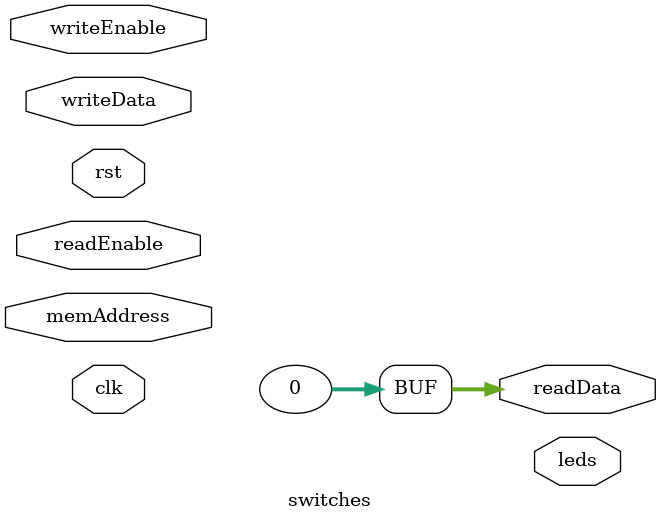
<source format=v>
`timescale 1ns / 1ps
module switches(
input clk,
input rst,
input [31:0] writeData,
input writeEnable,
input readEnable,
input [29:0] memAddress,
output reg [31:0] readData = 0, // not to be read
output reg [15:0] leds
);

endmodule

</source>
